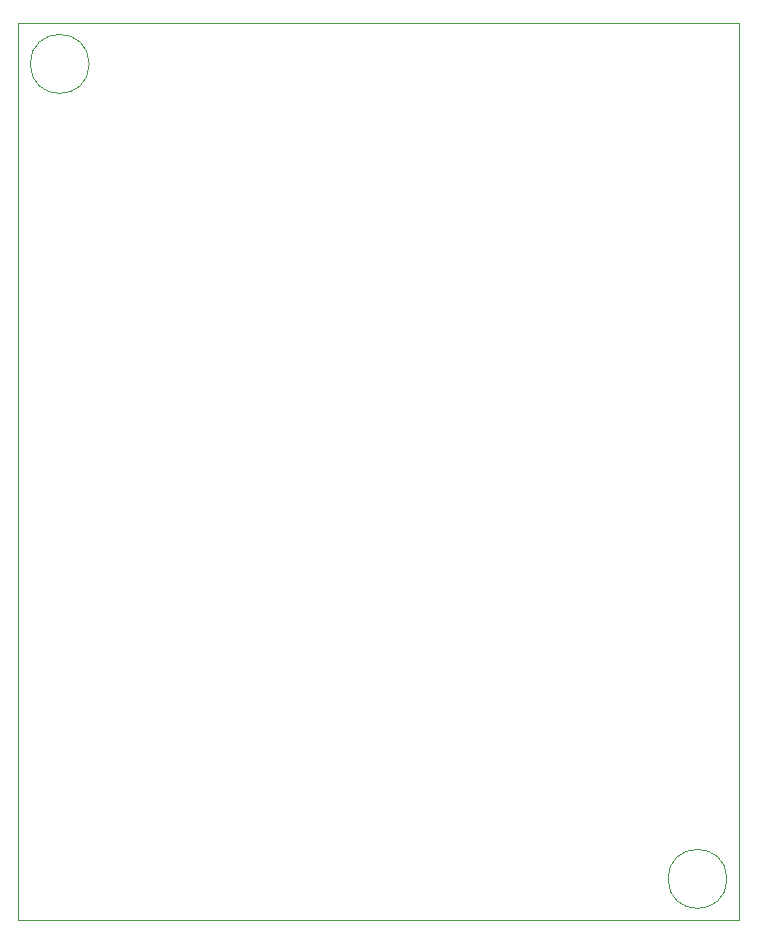
<source format=gbr>
%TF.GenerationSoftware,KiCad,Pcbnew,8.0.1*%
%TF.CreationDate,2024-06-08T21:28:12+01:00*%
%TF.ProjectId,Pico_WOL,5069636f-5f57-44f4-9c2e-6b696361645f,rev?*%
%TF.SameCoordinates,Original*%
%TF.FileFunction,Profile,NP*%
%FSLAX46Y46*%
G04 Gerber Fmt 4.6, Leading zero omitted, Abs format (unit mm)*
G04 Created by KiCad (PCBNEW 8.0.1) date 2024-06-08 21:28:12*
%MOMM*%
%LPD*%
G01*
G04 APERTURE LIST*
%TA.AperFunction,Profile*%
%ADD10C,0.100000*%
%TD*%
%TA.AperFunction,Profile*%
%ADD11C,0.050000*%
%TD*%
G04 APERTURE END LIST*
D10*
X55000000Y-87500000D02*
G75*
G02*
X50000000Y-87500000I-2500000J0D01*
G01*
X50000000Y-87500000D02*
G75*
G02*
X55000000Y-87500000I2500000J0D01*
G01*
D11*
X49000000Y-84000000D02*
X110000000Y-84000000D01*
X110000000Y-160000000D01*
X49000000Y-160000000D01*
X49000000Y-84000000D01*
D10*
X109000000Y-156500000D02*
G75*
G02*
X104000000Y-156500000I-2500000J0D01*
G01*
X104000000Y-156500000D02*
G75*
G02*
X109000000Y-156500000I2500000J0D01*
G01*
M02*

</source>
